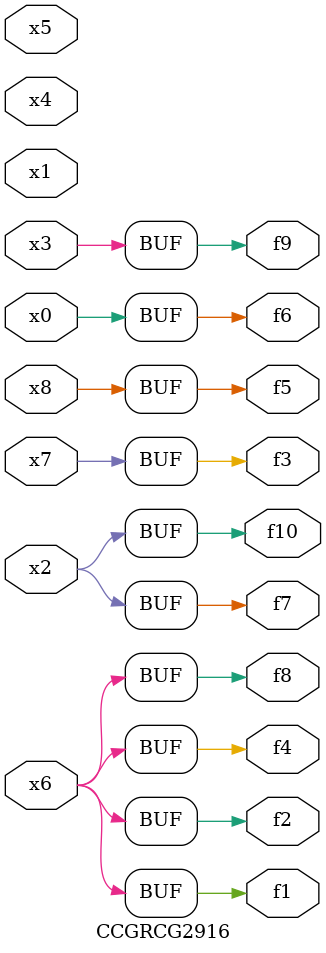
<source format=v>
module CCGRCG2916(
	input x0, x1, x2, x3, x4, x5, x6, x7, x8,
	output f1, f2, f3, f4, f5, f6, f7, f8, f9, f10
);
	assign f1 = x6;
	assign f2 = x6;
	assign f3 = x7;
	assign f4 = x6;
	assign f5 = x8;
	assign f6 = x0;
	assign f7 = x2;
	assign f8 = x6;
	assign f9 = x3;
	assign f10 = x2;
endmodule

</source>
